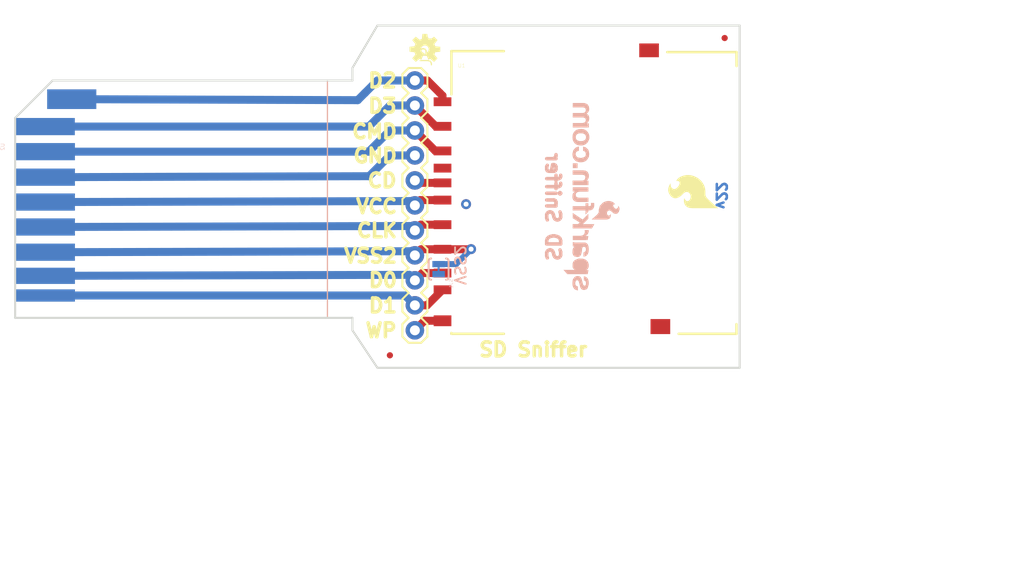
<source format=kicad_pcb>
(kicad_pcb (version 20211014) (generator pcbnew)
  (layers (0 "F.Cu" signal) (31 "B.Cu" signal) (34 "B.Paste" user) (35 "F.Paste" user) (36 "B.SilkS" user "B.Silkscreen") (37 "F.SilkS" user "F.Silkscreen") (38 "B.Mask" user) (39 "F.Mask" user) (44 "Edge.Cuts" user))
  (net 0 "")
  (net 1 "D2")
  (net 2 "CMD")
  (net 3 "GND")
  (net 4 "CLK")
  (net 5 "D0")
  (net 6 "D1")
  (net 7 "VCC")
  (net 8 "VSS2")
  (net 9 "D3")
  (net 10 "CD")
  (net 11 "WP")
  (footprint "boardEagle:MICRO-FIDUCIAL" (layer "F.Cu") (at 183.8071 88.8746)
    (fp_text reference "JP2" hide)
    (fp_text value "FIDUCIALUFIDUCIAL" hide)
    (pad "1" smd roundrect (at 0 0) (size 0.635 0.635) (layers "F.Cu" "F.Mask") (roundrect_rratio 0.5))
  )
  (footprint "boardEagle:OSHW-LOGO-S" (layer "F.Cu") (at 153.3271 90.0176)
    (fp_text reference "U$2" hide)
    (fp_text value "OSHW-LOGOS" hide)
    (fp_poly (pts (xy 0.301647 -1.061351) (xy 0.42347 -1.022344) (xy 0.537177 -0.963769) (xy 0.92862 -1.282946) (xy 1.282946 -0.92862) (xy 0.961035 -0.533823) (xy 1.057046 -0.302084) (xy 1.5638 -0.250561) (xy 1.5638 0.250561) (xy 1.057046 0.302084) (xy 0.961035 0.533823) (xy 1.282946 0.92862) (xy 0.92862 1.282946) (xy 0.537177 0.96377) (xy 0.356601 1.056794) (xy 0.088679 0.410073) (xy 0.326262 0.2176) (xy 0.373649 0.121468) (xy 0.392729 0.010339) (xy 0.379464 -0.101634) (xy 0.334947 -0.205229) (xy 0.262842 -0.291918) (xy 0.169087 -0.354561) (xy 0.061406 -0.387999) (xy -0.051342 -0.38948) (xy -0.159868 -0.358881) (xy -0.255234 -0.298724) (xy -0.329589 -0.213962) (xy -0.376813 -0.111569) (xy -0.392176 -0.005767) (xy -0.322923 0.222565) (xy -0.249312 0.303773) (xy 0.091677 0.5081) (xy -0.12929 0.5081) (xy -0.355332 1.053732) (xy -0.506597 0.983577) (xy -0.538922 0.965192) (xy -0.92862 1.282946) (xy -1.282946 0.92862) (xy -0.961035 0.533823) (xy -1.057046 0.302084) (xy -1.5638 0.250561) (xy -1.5638 -0.250561) (xy -1.057046 -0.302084) (xy -0.961035 -0.533823) (xy -1.282946 -0.92862) (xy -0.92862 -1.282946) (xy -0.533823 -0.961035) (xy -0.302084 -1.057046) (xy -0.250561 -1.5638) (xy 0.250561 -1.5638)) (layer "F.SilkS") (width 0) (fill solid))
  )
  (footprint "boardEagle:CREATIVE_COMMONS" (layer "F.Cu") (at 131.333643 141.4526)
    (fp_text reference "FRAME1" hide)
    (fp_text value "FRAME-LETTER" hide)
  )
  (footprint "boardEagle:SFE_LOGO_FLAME_.2" (layer "F.Cu") (at 183.4261 106.5276 90)
    (fp_text reference "U$4" hide)
    (fp_text value "SFE_LOGO_FLAME.2_INCH" hide)
    (fp_poly (pts (xy 2.35 -5.35) (xy 2.53 -5.3) (xy 2.68 -5.24) (xy 2.8 -5.17) (xy 2.87 -5.12) (xy 2.9 -5.1) (xy 2.89 -5.1) (xy 2.85 -5.11) (xy 2.72 -5.11) (xy 2.63 -5.1) (xy 2.55 -5.08) (xy 2.47 -5.04) (xy 2.39 -4.97) (xy 2.35 -4.92) (xy 2.32 -4.86) (xy 2.3 -4.81) (xy 2.29 -4.75) (xy 2.3 -4.69) (xy 2.32 -4.62) (xy 2.36 -4.56) (xy 2.41 -4.48) (xy 2.46 -4.43) (xy 2.53 -4.37) (xy 2.67 -4.27) (xy 2.75 -4.23) (xy 2.89 -4.19) (xy 2.96 -4.19) (xy 3.03 -4.22) (xy 3.08 -4.27) (xy 3.11 -4.32) (xy 3.13 -4.44) (xy 3.12 -4.49) (xy 3.12 -4.55) (xy 3.28 -4.45) (xy 3.45 -4.28) (xy 3.58 -4.04) (xy 3.68 -3.76) (xy 3.73 -3.43) (xy 3.71 -3.08) (xy 3.61 -2.72) (xy 3.42 -2.35) (xy 3.28 -2.17) (xy 3.13 -2.01) (xy 2.96 -1.88) (xy 2.77 -1.76) (xy 2.57 -1.67) (xy 2.35 -1.61) (xy 2.11 -1.58) (xy 1.72 -1.58) (xy 1.61 -1.55) (xy 1.5 -1.5) (xy 1.4 -1.43) (xy 1.3 -1.34) (xy 1.19 -1.23) (xy 1.08 -1.1) (xy 0.95 -0.96) (xy 0.83 -0.83) (xy 0.72 -0.71) (xy 0.62 -0.59) (xy 0.53 -0.49) (xy 0.46 -0.4) (xy 0.4 -0.33) (xy 0.36 -0.29) (xy 0.35 -0.27) (xy 0.35 -2.84) (xy 0.36 -3.03) (xy 0.38 -3.19) (xy 0.42 -3.33) (xy 0.48 -3.44) (xy 0.55 -3.53) (xy 0.63 -3.61) (xy 0.72 -3.67) (xy 0.82 -3.71) (xy 0.93 -3.74) (xy 1.03 -3.76) (xy 1.21 -3.76) (xy 1.28 -3.75) (xy 1.33 -3.73) (xy 1.36 -3.72) (xy 1.37 -3.72) (xy 1.36 -3.71) (xy 1.3 -3.68) (xy 1.25 -3.66) (xy 1.21 -3.63) (xy 1.16 -3.59) (xy 1.12 -3.55) (xy 1.09 -3.51) (xy 1.07 -3.45) (xy 1.07 -3.38) (xy 1.09 -3.31) (xy 1.12 -3.25) (xy 1.18 -3.19) (xy 1.25 -3.13) (xy 1.34 -3.1) (xy 1.45 -3.07) (xy 1.61 -3.07) (xy 1.75 -3.11) (xy 1.87 -3.19) (xy 1.96 -3.29) (xy 2 -3.42) (xy 2 -3.56) (xy 1.93 -3.71) (xy 1.8 -3.86) (xy 1.63 -4.03) (xy 1.5 -4.2) (xy 1.41 -4.38) (xy 1.36 -4.55) (xy 1.36 -4.72) (xy 1.42 -4.89) (xy 1.53 -5.05) (xy 1.7 -5.19) (xy 1.93 -5.31) (xy 2.15 -5.36)) (layer "F.SilkS") (width 0) (fill solid))
  )
  (footprint "boardEagle:SD_1_1" (layer "F.Cu") (at 156.1211 104.6226)
    (fp_text reference "U1" (at 0.54 -12.94) (layer "F.SilkS") (effects (font (size 0.376489 0.376489) (thickness 0.029911)) (justify left)))
    (fp_text value "SD_CARD_SOCKET")
    (fp_line (start -0.095 -14.418) (end 5.239 -14.418) (layer "F.SilkS") (width 0.254))
    (fp_line (start 21.849 -14.318) (end 28.888 -14.318) (layer "F.SilkS") (width 0.254))
    (fp_line (start -0.095 14.327) (end 5.239 14.327) (layer "F.SilkS") (width 0.254))
    (fp_line (start 23.011 14.327) (end 28.888 14.327) (layer "F.SilkS") (width 0.254))
    (fp_line (start 28.888 14.327) (end 28.888 13.349) (layer "F.SilkS") (width 0.254))
    (fp_line (start 28.888 -14.318) (end 28.9 -12.9) (layer "F.SilkS") (width 0.254))
    (fp_line (start -0.095 14.238) (end -0.095 14.327) (layer "F.SilkS") (width 0.254))
    (fp_line (start -0.095 -10.019) (end -0.095 -14.418) (layer "F.SilkS") (width 0.254))
    (pad "" np_thru_hole circle (at 23.3 12.32) (size 1.55 1.55) (drill 1.55) (layers *.Cu *.Mask))
    (pad "" np_thru_hole circle (at 23.3 -11.94) (size 1.55 1.55) (drill 1.55) (layers *.Cu *.Mask))
    (pad "1" smd rect (at -1 -6.77) (size 1.8 0.9) (layers "F.Cu" "F.Paste" "F.Mask") (net 9 "D3"))
    (pad "2" smd rect (at -1 -4.27) (size 1.8 0.9) (layers "F.Cu" "F.Paste" "F.Mask") (net 2 "CMD"))
    (pad "3" smd rect (at -1 -2.52) (size 1.8 0.9) (layers "F.Cu" "F.Paste" "F.Mask") (net 3 "GND"))
    (pad "4" smd rect (at -1 0.73) (size 1.8 0.9) (layers "F.Cu" "F.Paste" "F.Mask") (net 7 "VCC"))
    (pad "5" smd rect (at -1 3.23) (size 1.8 0.9) (layers "F.Cu" "F.Paste" "F.Mask") (net 4 "CLK"))
    (pad "6" smd rect (at -1 5.73) (size 1.8 0.9) (layers "F.Cu" "F.Paste" "F.Mask") (net 8 "VSS2"))
    (pad "7" smd rect (at -1 8.15) (size 1.8 0.9) (layers "F.Cu" "F.Paste" "F.Mask") (net 5 "D0"))
    (pad "8" smd rect (at -1 9.85) (size 1.8 0.9) (layers "F.Cu" "F.Paste" "F.Mask") (net 6 "D1"))
    (pad "9" smd rect (at -1 -9.27) (size 1.8 0.9) (layers "F.Cu" "F.Paste" "F.Mask") (net 1 "D2"))
    (pad "CD" smd rect (at -1 -1.02) (size 1.8 0.9) (layers "F.Cu" "F.Paste" "F.Mask") (net 10 "CD"))
    (pad "SH@1" smd rect (at 20 -14.496) (size 2 1.4) (layers "F.Cu" "F.Paste" "F.Mask") (net 3 "GND"))
    (pad "SH@2" smd rect (at 21.15 13.589) (size 2 1.527) (layers "F.Cu" "F.Paste" "F.Mask") (net 3 "GND"))
    (pad "WP" smd rect (at -1 13) (size 1.8 1.1) (layers "F.Cu" "F.Paste" "F.Mask") (net 11 "WP"))
  )
  (footprint "boardEagle:MICRO-FIDUCIAL" (layer "F.Cu") (at 149.7711 121.1326)
    (fp_text reference "JP3" hide)
    (fp_text value "FIDUCIALUFIDUCIAL" hide)
    (pad "1" smd roundrect (at 0 0) (size 0.635 0.635) (layers "F.Cu" "F.Mask") (roundrect_rratio 0.5))
  )
  (footprint "boardEagle:1X11" (layer "F.Cu") (at 152.3111 93.1926 -90)
    (fp_text reference "JP4" (at -1.3462 -1.8288 -90) (layer "F.SilkS") (effects (font (size 1.143 1.143) (thickness 0.127)) (justify left bottom)))
    (fp_text value "M11PTH")
    (fp_line (start 24.13 0.635) (end 23.495 1.27) (layer "F.SilkS") (width 0.2032))
    (fp_line (start -0.635 -1.27) (end -1.27 -0.635) (layer "F.SilkS") (width 0.2032))
    (fp_line (start 13.335 1.27) (end 12.065 1.27) (layer "F.SilkS") (width 0.2032))
    (fp_line (start 16.51 0.635) (end 15.875 1.27) (layer "F.SilkS") (width 0.2032))
    (fp_line (start 10.795 1.27) (end 9.525 1.27) (layer "F.SilkS") (width 0.2032))
    (fp_line (start 0.635 -1.27) (end 1.27 -0.635) (layer "F.SilkS") (width 0.2032))
    (fp_line (start 3.175 1.27) (end 1.905 1.27) (layer "F.SilkS") (width 0.2032))
    (fp_line (start 22.225 -1.27) (end 23.495 -1.27) (layer "F.SilkS") (width 0.2032))
    (fp_line (start 9.525 1.27) (end 8.89 0.635) (layer "F.SilkS") (width 0.2032))
    (fp_line (start 24.13 0.635) (end 24.765 1.27) (layer "F.SilkS") (width 0.2032))
    (fp_line (start 16.51 0.635) (end 17.145 1.27) (layer "F.SilkS") (width 0.2032))
    (fp_line (start 14.605 -1.27) (end 13.97 -0.635) (layer "F.SilkS") (width 0.2032))
    (fp_line (start 22.225 -1.27) (end 21.59 -0.635) (layer "F.SilkS") (width 0.2032))
    (fp_line (start 6.35 0.635) (end 5.715 1.27) (layer "F.SilkS") (width 0.2032))
    (fp_line (start 12.065 -1.27) (end 13.335 -1.27) (layer "F.SilkS") (width 0.2032))
    (fp_line (start -1.27 -0.635) (end -1.27 0.635) (layer "F.SilkS") (width 0.2032))
    (fp_line (start 8.89 0.635) (end 8.255 1.27) (layer "F.SilkS") (width 0.2032))
    (fp_line (start 0.635 1.27) (end -0.635 1.27) (layer "F.SilkS") (width 0.2032))
    (fp_line (start 13.335 -1.27) (end 13.97 -0.635) (layer "F.SilkS") (width 0.2032))
    (fp_line (start 3.81 -0.635) (end 4.445 -1.27) (layer "F.SilkS") (width 0.2032))
    (fp_line (start 5.715 1.27) (end 4.445 1.27) (layer "F.SilkS") (width 0.2032))
    (fp_line (start 13.97 0.635) (end 13.335 1.27) (layer "F.SilkS") (width 0.2032))
    (fp_line (start 24.765 -1.27) (end 26.035 -1.27) (layer "F.SilkS") (width 0.2032))
    (fp_line (start 6.985 -1.27) (end 6.35 -0.635) (layer "F.SilkS") (width 0.2032))
    (fp_line (start -1.27 0.635) (end -0.635 1.27) (layer "F.SilkS") (width 0.2032))
    (fp_line (start 6.985 -1.27) (end 8.255 -1.27) (layer "F.SilkS") (width 0.2032))
    (fp_line (start 19.685 -1.27) (end 20.955 -1.27) (layer "F.SilkS") (width 0.2032))
    (fp_line (start 4.445 -1.27) (end 5.715 -1.27) (layer "F.SilkS") (width 0.2032))
    (fp_line (start 20.955 1.27) (end 19.685 1.27) (layer "F.SilkS") (width 0.2032))
    (fp_line (start 24.765 -1.27) (end 24.13 -0.635) (layer "F.SilkS") (width 0.2032))
    (fp_line (start 11.43 0.635) (end 10.795 1.27) (layer "F.SilkS") (width 0.2032))
    (fp_line (start 8.255 -1.27) (end 8.89 -0.635) (layer "F.SilkS") (width 0.2032))
    (fp_line (start 3.175 -1.27) (end 3.81 -0.635) (layer "F.SilkS") (width 0.2032))
    (fp_line (start 1.27 -0.635) (end 1.905 -1.27) (layer "F.SilkS") (width 0.2032))
    (fp_line (start 26.035 1.27) (end 24.765 1.27) (layer "F.SilkS") (width 0.2032))
    (fp_line (start 18.415 1.27) (end 17.145 1.27) (layer "F.SilkS") (width 0.2032))
    (fp_line (start 20.955 -1.27) (end 21.59 -0.635) (layer "F.SilkS") (width 0.2032))
    (fp_line (start 26.67 0.635) (end 26.035 1.27) (layer "F.SilkS") (width 0.2032))
    (fp_line (start 12.065 1.27) (end 11.43 0.635) (layer "F.SilkS") (width 0.2032))
    (fp_line (start 21.59 0.635) (end 20.955 1.27) (layer "F.SilkS") (width 0.2032))
    (fp_line (start 21.59 0.635) (end 22.225 1.27) (layer "F.SilkS") (width 0.2032))
    (fp_line (start 8.89 -0.635) (end 9.525 -1.27) (layer "F.SilkS") (width 0.2032))
    (fp_line (start 1.905 1.27) (end 1.27 0.635) (layer "F.SilkS") (width 0.2032))
    (fp_line (start 1.27 0.635) (end 0.635 1.27) (layer "F.SilkS") (width 0.2032))
    (fp_line (start 15.875 1.27) (end 14.605 1.27) (layer "F.SilkS") (width 0.2032))
    (fp_line (start 10.795 -1.27) (end 11.43 -0.635) (layer "F.SilkS") (width 0.2032))
    (fp_line (start 13.97 0.635) (end 14.605 1.27) (layer "F.SilkS") (width 0.2032))
    (fp_line (start 3.81 0.635) (end 3.175 1.27) (layer "F.SilkS") (width 0.2032))
    (fp_line (start 23.495 1.27) (end 22.225 1.27) (layer "F.SilkS") (width 0.2032))
    (fp_line (start 6.35 0.635) (end 6.985 1.27) (layer "F.SilkS") (width 0.2032))
    (fp_line (start 15.875 -1.27) (end 16.51 -0.635) (layer "F.SilkS") (width 0.2032))
    (fp_line (start 19.05 0.635) (end 19.685 1.27) (layer "F.SilkS") (width 0.2032))
    (fp_line (start 9.525 -1.27) (end 10.795 -1.27) (layer "F.SilkS") (width 0.2032))
    (fp_line (start -0.635 -1.27) (end 0.635 -1.27) (layer "F.SilkS") (width 0.2032))
    (fp_line (start 23.495 -1.27) (end 24.13 -0.635) (layer "F.SilkS") (width 0.2032))
    (fp_line (start 11.43 -0.635) (end 12.065 -1.27) (layer "F.SilkS") (width 0.2032))
    (fp_line (start 19.685 -1.27) (end 19.05 -0.635) (layer "F.SilkS") (width 0.2032))
    (fp_line (start 4.445 1.27) (end 3.81 0.635) (layer "F.SilkS") (width 0.2032))
    (fp_line (start 8.255 1.27) (end 6.985 1.27) (layer "F.SilkS") (width 0.2032))
    (fp_line (start 14.605 -1.27) (end 15.875 -1.27) (layer "F.SilkS") (width 0.2032))
    (fp_line (start 17.145 -1.27) (end 16.51 -0.635) (layer "F.SilkS") (width 0.2032))
    (fp_line (start 19.05 0.635) (end 18.415 1.27) (layer "F.SilkS") (width 0.2032))
    (fp_line (start 26.035 -1.27) (end 26.67 -0.635) (layer "F.SilkS") (width 0.2032))
    (fp_line (start 26.67 -0.635) (end 26.67 0.635) (layer "F.SilkS") (width 0.2032))
    (fp_line (start 17.145 -1.27) (end 18.415 -1.27) (layer "F.SilkS") (width 0.2032))
    (fp_line (start 1.905 -1.27) (end 3.175 -1.27) (layer "F.SilkS") (width 0.2032))
    (fp_line (start 5.715 -1.27) (end 6.35 -0.635) (layer "F.SilkS") (width 0.2032))
    (fp_line (start 18.415 -1.27) (end 19.05 -0.635) (layer "F.SilkS") (width 0.2032))
    (pad "1" thru_hole circle (at 0 0) (size 1.8796 1.8796) (drill 1.016) (layers *.Cu *.Mask) (net 1 "D2"))
    (pad "2" thru_hole circle (at 2.54 0) (size 1.8796 1.8796) (drill 1.016) (layers *.Cu *.Mask) (net 9 "D3"))
    (pad "3" thru_hole circle (at 5.08 0) (size 1.8796 1.8796) (drill 1.016) (layers *.Cu *.Mask) (net 2 "CMD"))
    (pad "4" thru_hole circle (at 7.62 0) (size 1.8796 1.8796) (drill 1.016) (layers *.Cu *.Mask) (net 3 "GND"))
    (pad "5" thru_hole circle (at 10.16 0) (size 1.8796 1.8796) (drill 1.016) (layers *.Cu *.Mask) (net 10 "CD"))
    (pad "6" thru_hole circle (at 12.7 0) (size 1.8796 1.8796) (drill 1.016) (layers *.Cu *.Mask) (net 7 "VCC"))
    (pad "7" thru_hole circle (at 15.24 0) (size 1.8796 1.8796) (drill 1.016) (layers *.Cu *.Mask) (net 4 "CLK"))
    (pad "8" thru_hole circle (at 17.78 0) (size 1.8796 1.8796) (drill 1.016) (layers *.Cu *.Mask) (net 8 "VSS2"))
    (pad "9" thru_hole circle (at 20.32 0) (size 1.8796 1.8796) (drill 1.016) (layers *.Cu *.Mask) (net 5 "D0"))
    (pad "10" thru_hole circle (at 22.86 0) (size 1.8796 1.8796) (drill 1.016) (layers *.Cu *.Mask) (net 6 "D1"))
    (pad "11" thru_hole circle (at 25.4 0) (size 1.8796 1.8796) (drill 1.016) (layers *.Cu *.Mask) (net 11 "WP"))
  )
  (footprint "boardEagle:SD-MMC-CARD" (layer "B.Cu") (at 129.4511 104.6226 -90)
    (fp_text reference "U2" (at -5.08 19.05 -270) (layer "B.SilkS") (effects (font (size 0.376489 0.376489) (thickness 0.029911)) (justify left mirror)))
    (fp_text value "SD_MMC_CARDSD_PCB")
    (fp_line (start -11.43 -13.97) (end 12.57 -13.97) (layer "B.SilkS") (width 0.127))
    (fp_line (start -11.43 14.03) (end -11.43 -13.97) (layer "B.SilkS") (width 0.127))
    (pad "1" smd rect (at -6.7446 14.7134 90) (size 1.75 6) (layers "B.Cu" "B.Paste" "B.Mask") (net 9 "D3"))
    (pad "2" smd rect (at -4.195 14.703 90) (size 1.75 6) (layers "B.Cu" "B.Paste" "B.Mask") (net 2 "CMD"))
    (pad "3" smd rect (at -1.6 14.703 90) (size 1.75 6) (layers "B.Cu" "B.Paste" "B.Mask") (net 3 "GND"))
    (pad "4" smd rect (at 0.93 14.703 90) (size 1.75 6) (layers "B.Cu" "B.Paste" "B.Mask") (net 7 "VCC"))
    (pad "5" smd rect (at 3.465 14.703 90) (size 1.75 6) (layers "B.Cu" "B.Paste" "B.Mask") (net 4 "CLK"))
    (pad "6" smd rect (at 6.03 14.703 90) (size 1.75 6) (layers "B.Cu" "B.Paste" "B.Mask") (net 8 "VSS2"))
    (pad "7" smd rect (at 8.43 14.703 90) (size 1.65 6) (layers "B.Cu" "B.Paste" "B.Mask") (net 5 "D0"))
    (pad "8" smd rect (at 10.43 14.703 90) (size 1.25 6) (layers "B.Cu" "B.Paste" "B.Mask") (net 6 "D1"))
    (pad "9" smd rect (at -9.53 12.03 90) (size 2 5) (layers "B.Cu" "B.Paste" "B.Mask") (net 1 "D2"))
  )
  (footprint "boardEagle:SJ_2S-TRACE" (layer "B.Cu") (at 154.7241 112.3696 90)
    (fp_text reference "SJ1" (at -0.9525 1.27 90) (layer "B.SilkS") (effects (font (size 0.376489 0.376489) (thickness 0.029911)) (justify left mirror)))
    (fp_text value "SOLDERJUMPERTRACE")
    (fp_line (start -0.381 0) (end 0.381 0) (layer "B.Cu") (width 0.2032))
    (fp_line (start 0.8255 -1.016) (end -0.8255 -1.016) (layer "B.SilkS") (width 0.2032))
    (fp_line (start -0.8255 1.016) (end 0.8255 1.016) (layer "B.SilkS") (width 0.2032))
    (fp_arc (start -0.8255 1.016) (mid -1.005105 0.941605) (end -1.0795 0.762) (layer "B.SilkS") (width 0.2032))
    (fp_arc (start 0.8255 -1.016) (mid 1.005105 -0.941605) (end 1.0795 -0.762) (layer "B.SilkS") (width 0.2032))
    (fp_arc (start 1.0795 0.762) (mid 1.005105 0.941605) (end 0.8255 1.016) (layer "B.SilkS") (width 0.2032))
    (fp_arc (start -1.0795 -0.762) (mid -1.005105 -0.941605) (end -0.8255 -1.016) (layer "B.SilkS") (width 0.2032))
    (pad "1" smd rect (at -0.508 0 90) (size 0.635 1.27) (layers "B.Cu" "B.Mask") (net 3 "GND"))
    (pad "2" smd rect (at 0.508 0 90) (size 0.635 1.27) (layers "B.Cu" "B.Mask") (net 8 "VSS2"))
  )
  (footprint "boardEagle:SFE-NEW-WEBLOGO" (layer "B.Cu") (at 167.4241 114.5286 90)
    (fp_text reference "LOGO0" hide)
    (fp_text value "LOGO-SFENEW" hide)
    (fp_line (start 11.1379 0.9449) (end 10.7163 0.9449) (layer "B.SilkS") (width 0.0254))
    (fp_line (start 11.1201 2.2962) (end 11.1277 2.2962) (layer "B.SilkS") (width 0.0254))
    (fp_line (start 12.1818 0.955) (end 11.7729 0.955) (layer "B.SilkS") (width 0.0254))
    (fp_line (start 15.5499 2.6137) (end 15.5499 2.2911) (layer "B.SilkS") (width 0.0254))
    (fp_line (start 15.5702 2.2962) (end 15.5702 2.6137) (layer "B.SilkS") (width 0.0254))
    (fp_line (start 11.1201 2.5171) (end 11.1201 2.2962) (layer "B.SilkS") (width 0.0254))
    (fp_line (start 10.7163 0.9449) (end 10.7163 2.5171) (layer "B.SilkS") (width 0.0254))
    (fp_line (start 12.1818 2.0091) (end 12.1818 0.955) (layer "B.SilkS") (width 0.0254))
    (fp_line (start 10.7163 2.5171) (end 11.1201 2.5171) (layer "B.SilkS") (width 0.0254))
    (fp_line (start 11.1379 1.8136) (end 11.1379 0.9449) (layer "B.SilkS") (width 0.0254))
    (fp_line (start 15.5702 2.6137) (end 15.5854 2.6137) (layer "B.SilkS") (width 0.0254))
    (fp_line (start 11.7729 0.955) (end 11.7729 1.9202) (layer "B.SilkS") (width 0.0254))
    (fp_line (start 15.5499 2.2911) (end 15.527 2.2911) (layer "B.SilkS") (width 0.0254))
    (fp_arc (start 14.8615 1.27) (mid 14.919858 1.189481) (end 14.9911 1.1201) (layer "B.SilkS") (width 0.0254))
    (fp_arc (start 12.1488 2.232699) (mid 12.104013 2.336521) (end 12.0345 2.4257) (layer "B.SilkS") (width 0.0254))
    (fp_arc (start 14.7523 1.5672) (mid 14.792796 1.413418) (end 14.8615 1.27) (layer "B.SilkS") (width 0.0254))
    (fp_arc (start 15.128201 2.4892) (mid 14.882786 2.260687) (end 14.7549 1.9507) (layer "B.SilkS") (width 0.0254))
    (fp_arc (start 11.2598 2.1692) (mid 11.206137 2.110016) (end 11.1684 2.0396) (layer "B.SilkS") (width 0.0254))
    (fp_arc (start 11.1277 2.2962) (mid 11.137379 2.298176) (end 11.1455 2.3038) (layer "B.SilkS") (width 0.0254))
    (fp_arc (start 15.428 1.2522) (mid 15.597525 1.230563) (end 15.7632 1.2725) (layer "B.SilkS") (width 0.0254))
    (fp_arc (start 11.7678 2.5502) (mid 11.667584 2.556058) (end 11.5672 2.5552) (layer "B.SilkS") (width 0.0254))
    (fp_arc (start 12.0345 2.425699) (mid 11.911985 2.51116) (end 11.7678 2.5502) (layer "B.SilkS") (width 0.0254))
    (fp_arc (start 11.4198 2.2327) (mid 11.475702 2.235165) (end 11.5316 2.2377) (layer "B.SilkS") (width 0.0254))
    (fp_arc (start 16.4033 1.808499) (mid 16.333054 2.143404) (end 16.129 2.4181) (layer "B.SilkS") (width 0.0254))
    (fp_arc (start 15.9029 0.9754) (mid 16.153433 1.12491) (end 16.317 1.3665) (layer "B.SilkS") (width 0.0254))
    (fp_arc (start 11.4198 2.2327) (mid 11.334441 2.214452) (end 11.259799 2.1692) (layer "B.SilkS") (width 0.0254))
    (fp_arc (start 15.527 2.2911) (mid 15.388433 2.258974) (end 15.278099 2.1692) (layer "B.SilkS") (width 0.0254))
    (fp_arc (start 15.5423 0.9195) (mid 15.724919 0.932492) (end 15.9029 0.9754) (layer "B.SilkS") (width 0.0254))
    (fp_arc (start 12.1818 2.0091) (mid 12.172765 2.122002) (end 12.1488 2.2327) (layer "B.SilkS") (width 0.0254))
    (fp_arc (start 15.9588 1.971) (mid 15.910982 2.096372) (end 15.8318 2.2047) (layer "B.SilkS") (width 0.0254))
    (fp_arc (start 15.8318 2.2047) (mid 15.783745 2.244042) (end 15.7277 2.2708) (layer "B.SilkS") (width 0.0254))
    (fp_arc (start 15.1714 1.6383) (mid 15.194331 1.520588) (end 15.24 1.4097) (layer "B.SilkS") (width 0.0254))
    (fp_arc (start 15.7632 1.2725) (mid 15.846801 1.329279) (end 15.908 1.4097) (layer "B.SilkS") (width 0.0254))
    (fp_arc (start 15.7277 2.2708) (mid 15.650001 2.290018) (end 15.5702 2.2962) (layer "B.SilkS") (width 0.0254))
    (fp_arc (start 11.1684 2.0396) (mid 11.146105 1.962214) (end 11.1379 1.8821) (layer "B.SilkS") (width 0.0254))
    (fp_arc (start 14.9911 1.1201) (mid 15.249615 0.972855) (end 15.5423 0.9195) (layer "B.SilkS") (width 0.0254))
    (fp_arc (start 15.2781 2.1692) (mid 15.20247 2.035022) (end 15.168899 1.8847) (layer "B.SilkS") (width 0.0254))
    (fp_arc (start 16.317 1.3665) (mid 16.380488 1.583529) (end 16.4033 1.8085) (layer "B.SilkS") (width 0.0254))
    (fp_arc (start 11.1862 2.3571) (mid 11.172158 2.338081) (end 11.1582 2.319) (layer "B.SilkS") (width 0.0254))
    (fp_arc (start 11.7729 1.9202) (mid 11.758038 2.02962) (end 11.7145 2.1311) (layer "B.SilkS") (width 0.0254))
    (fp_arc (start 14.7549 1.9507) (mid 14.737287 1.759061) (end 14.7523 1.5672) (layer "B.SilkS") (width 0.0254))
    (fp_arc (start 11.1455 2.3038) (mid 11.152103 2.311188) (end 11.1582 2.319) (layer "B.SilkS") (width 0.0254))
    (fp_arc (start 11.5672 2.5552) (mid 11.411238 2.523841) (end 11.2725 2.446) (layer "B.SilkS") (width 0.0254))
    (fp_arc (start 16.129 2.4181) (mid 15.978822 2.520652) (end 15.809 2.5857) (layer "B.SilkS") (width 0.0254))
    (fp_arc (start 15.24 1.4097) (mid 15.31871 1.3127) (end 15.428 1.2522) (layer "B.SilkS") (width 0.0254))
    (fp_arc (start 11.1379 1.8821) (mid 11.137681 1.84785) (end 11.1379 1.8136) (layer "B.SilkS") (width 0.0254))
    (fp_arc (start 15.908 1.4097) (mid 15.966057 1.559906) (end 15.9868 1.7196) (layer "B.SilkS") (width 0.0254))
    (fp_arc (start 15.5499 2.6137) (mid 15.331296 2.577713) (end 15.1282 2.4892) (layer "B.SilkS") (width 0.0254))
    (fp_arc (start 11.2725 2.446) (mid 11.226399 2.404414) (end 11.1862 2.3571) (layer "B.SilkS") (width 0.0254))
    (fp_arc (start 15.809 2.5857) (mid 15.698073 2.606673) (end 15.5854 2.6137) (layer "B.SilkS") (width 0.0254))
    (fp_arc (start 11.5976 2.2276) (mid 11.565101 2.235925) (end 11.5316 2.2377) (layer "B.SilkS") (width 0.0254))
    (fp_arc (start 15.9868 1.7196) (mid 15.980368 1.846143) (end 15.9588 1.971) (layer "B.SilkS") (width 0.0254))
    (fp_arc (start 11.7145 2.1311) (mid 11.664346 2.1894) (end 11.5976 2.2276) (layer "B.SilkS") (width 0.0254))
    (fp_arc (start 15.1689 1.8847) (mid 15.165026 1.761448) (end 15.1714 1.6383) (layer "B.SilkS") (width 0.0254))
    (fp_poly (pts (xy 2.834651 2.506079) (xy 2.92707 2.450683) (xy 3.011605 2.383731) (xy 3.1267 2.221709) (xy 3.1267 2.263503) (xy 3.219434 1.972794) (xy 3.236098 1.526727) (xy 3.068933 1.135798) (xy 2.975978 1.041462) (xy 2.864973 0.970996) (xy 2.740356 0.92713) (xy 2.372489 0.922) (xy 2.370226 0.922) (xy 2.254471 0.962806) (xy 2.0828 1.127587) (xy 2.0828 -0.010757) (xy 1.6434 0.385552) (xy 1.6434 2.45912) (xy 2.057593 2.537568) (xy 2.055012 2.330538) (xy 2.068304 2.345345) (xy 2.15812 2.442839) (xy 2.234107 2.497896) (xy 2.368681 2.552194) (xy 2.419192 2.562883) (xy 2.620347 2.565422)) (layer "B.SilkS") (width 0) (fill solid))
    (fp_poly (pts (xy 6.7335 1.97376) (xy 7.284539 2.5248) (xy 7.78835 2.5248) (xy 7.197009 1.946483) (xy 7.869909 0.937183) (xy 7.330929 0.939835) (xy 6.903958 1.643716) (xy 6.7386 1.483032) (xy 6.7386 0.9296) (xy 6.306639 0.9296) (xy 6.2941 0.942139) (xy 6.2941 2.887776) (xy 6.7335 3.138467)) (layer "B.SilkS") (width 0) (fill solid))
    (fp_poly (pts (xy 0.803285 2.567895) (xy 0.944243 2.553799) (xy 1.081508 2.516334) (xy 1.193542 2.461399) (xy 1.291841 2.383865) (xy 1.357039 2.297824) (xy 1.377068 2.257603) (xy 1.393653 2.216867) (xy 1.417283 2.151914) (xy 1.353784 2.105111) (xy 1.152335 2.254241) (xy 0.736496 2.387002) (xy 0.372563 2.277101) (xy 0.417885 2.019712) (xy 1.241556 1.540676) (xy 1.263422 1.497067) (xy 1.147655 1.152457) (xy 0.724605 1.058492) (xy -0.038666 1.4605) (xy 0.4115 1.4605) (xy 0.4115 1.443466) (xy 0.420402 1.369907) (xy 0.454647 1.305856) (xy 0.524204 1.243359) (xy 0.610838 1.206018) (xy 0.637726 1.200933) (xy 0.665996 1.198897) (xy 0.7328 1.198389) (xy 0.79791 1.198884) (xy 0.968129 1.258019) (xy 1.007666 1.302193) (xy 1.028603 1.358428) (xy 1.025789 1.425439) (xy 0.995864 1.485288) (xy 0.943734 1.527918) (xy 0.715431 1.605731) (xy 0.533161 1.644154) (xy 0.351479 1.692254) (xy 0.230117 1.743632) (xy 0.122357 1.822697) (xy 0.0457 1.960096) (xy 0.0457 1.963141) (xy 0.038572 2.135467) (xy 0.0838 2.300409) (xy 0.0838 2.303445) (xy 0.206233 2.444416) (xy 0.620397 2.567885) (xy 0.71245 2.568634)) (layer "B.SilkS") (width 0) (fill solid))
    (fp_poly (pts (xy 11.770768 2.56283) (xy 12.043428 2.435548) (xy 12.160999 2.237024) (xy 12.1945 2.010032) (xy 12.1945 0.9423) (xy 11.7602 0.9423) (xy 11.7602 1.918474) (xy 11.70302 2.124971) (xy 11.656141 2.179464) (xy 11.593345 2.215403) (xy 11.53092 2.224956) (xy 11.476269 2.222478) (xy 11.422495 2.220106) (xy 11.268 2.158791) (xy 11.18035 2.034508) (xy 11.1506 1.880883) (xy 11.1506 0.9322) (xy 10.7036 0.9322) (xy 10.7036 2.5298) (xy 11.1328 2.5298) (xy 11.1328 2.310454) (xy 11.136857 2.313263) (xy 11.148195 2.326834) (xy 11.161924 2.345602) (xy 11.176241 2.364992) (xy 11.217267 2.413279) (xy 11.265048 2.456381) (xy 11.406772 2.535896) (xy 11.566093 2.567932)) (layer "B.SilkS") (width 0) (fill solid))
    (fp_poly (pts (xy 15.5499 2.609649) (xy 15.5499 2.29782) (xy 15.429469 2.281338) (xy 15.314616 2.217851) (xy 15.23586 2.109416) (xy 15.196312 2.020604) (xy 15.168868 1.873153) (xy 15.163824 1.687316) (xy 15.181322 1.562471) (xy 15.218744 1.447652) (xy 15.272523 1.345) (xy 15.437302 1.244156) (xy 15.6121 1.221967) (xy 15.787119 1.281181) (xy 15.894998 1.379217) (xy 15.949332 1.500229) (xy 15.9868 1.655017) (xy 15.9868 1.797481) (xy 15.961756 1.990339) (xy 15.88736 2.151531) (xy 15.803924 2.232457) (xy 15.708711 2.283762) (xy 15.58997 2.2936) (xy 15.567485 2.2936) (xy 15.57294 2.617878) (xy 15.788992 2.590535) (xy 15.954486 2.53364) (xy 16.155367 2.394616) (xy 16.266844 2.264968) (xy 16.37246 2.027864) (xy 16.400898 1.805948) (xy 16.375193 1.592623) (xy 16.305839 1.343513) (xy 16.222719 1.211114) (xy 16.101494 1.095067) (xy 15.987532 1.014773) (xy 15.799031 0.950211) (xy 15.544583 0.924513) (xy 15.240687 0.965682) (xy 14.951456 1.146439) (xy 14.788469 1.399985) (xy 14.726674 1.793647) (xy 14.809154 2.154405) (xy 15.026083 2.4307) (xy 15.368412 2.600648) (xy 15.51864 2.6187) (xy 15.52691 2.6187)) (layer "B.SilkS") (width 0) (fill solid))
    (fp_poly (pts (xy 9.4234 1.520809) (xy 9.472888 1.359974) (xy 9.516069 1.308185) (xy 9.573108 1.271734) (xy 9.714103 1.241374) (xy 9.853529 1.268908) (xy 10.003067 1.442966) (xy 10.033 1.684784) (xy 10.033 2.5273) (xy 10.48 2.5273) (xy 10.48 0.9398) (xy 10.0533 0.9398) (xy 10.0533 1.159713) (xy 9.961626 1.051965) (xy 9.823848 0.946774) (xy 9.797269 0.933513) (xy 9.76873 0.924761) (xy 9.46843 0.899096) (xy 9.311419 0.929258) (xy 9.173895 1.0008) (xy 9.172522 1.0008) (xy 9.155194 1.014756) (xy 9.141833 1.028106) (xy 9.055991 1.150842) (xy 9.0022 1.291099) (xy 8.984 1.439423) (xy 8.984 2.5324) (xy 9.4234 2.5324)) (layer "B.SilkS") (width 0) (fill solid))
    (fp_poly (pts (xy 1.201557 2.290098) (xy 1.414074 2.156268) (xy 1.42383 2.065) (xy 1.01008 2.065) (xy 1.00135 2.126336) (xy 0.936084 2.220524) (xy 0.871818 2.257603) (xy 0.798545 2.2758) (xy 0.628591 2.2758) (xy 0.583991 2.267366) (xy 0.541641 2.251683) (xy 0.51157 2.232098) (xy 0.488615 2.205726) (xy 0.469153 2.152745) (xy 0.474605 2.097619) (xy 0.521549 2.031824) (xy 0.664468 1.962838) (xy 0.866638 1.922444) (xy 1.206678 1.822687) (xy 1.354318 1.729494) (xy 1.389578 1.692366) (xy 1.416579 1.648151) (xy 1.460229 1.440208) (xy 1.447804 1.4376) (xy 1.460484 1.436955) (xy 1.457817 1.384541) (xy 1.452657 1.33034) (xy 1.371775 1.140043) (xy 1.14885 0.969822) (xy 1.013381 0.927267) (xy 0.74708 0.904177) (xy 0.617383 0.909691) (xy 0.487493 0.922202) (xy 0.306845 0.984179) (xy 0.185213 1.061804) (xy 0.109225 1.132023) (xy 0.056988 1.2215) (xy 0.013059 1.350644) (xy 0.002577 1.410659) (xy -0.00152 1.469003) (xy 0.738195 1.10308) (xy 1.120535 1.189415) (xy 1.224069 1.497645) (xy 0.809011 1.723764) (xy 0.364394 1.98847) (xy 0.308075 2.310537) (xy 0.741882 2.423672)) (layer "B.SilkS") (width 0) (fill solid))
    (fp_poly (pts (xy 4.444983 2.544915) (xy 4.588724 2.501712) (xy 4.72259 2.430523) (xy 4.844814 2.271666) (xy 4.859671 2.1819) (xy 4.8616 2.1819) (xy 4.8616 1.6891) (xy 4.864173 1.6891) (xy 4.861603 1.242544) (xy 4.871819 1.108765) (xy 4.906709 0.979276) (xy 4.920484 0.9423) (xy 4.495275 0.9423) (xy 4.477494 0.951279) (xy 4.472002 0.970735) (xy 4.468249 0.985133) (xy 4.446292 1.084946) (xy 4.440321 1.089528) (xy 4.438946 1.088886) (xy 4.309064 0.98859) (xy 4.153188 0.927249) (xy 3.824183 0.906712) (xy 3.683825 0.938256) (xy 3.554173 1.000134) (xy 3.486826 1.05665) (xy 3.437273 1.130532) (xy 3.3807 1.444163) (xy 3.3807 1.446675) (xy 3.401941 1.543624) (xy 3.446308 1.632822) (xy 3.527788 1.722902) (xy 3.632416 1.784766) (xy 3.937258 1.861632) (xy 4.048648 1.873601) (xy 4.159032 1.884616) (xy 4.224808 1.893434) (xy 4.289167 1.907055) (xy 4.336271 1.923637) (xy 4.379043 1.948303) (xy 4.407461 1.974391) (xy 4.413402 1.982997) (xy 4.4171 1.991455) (xy 4.4171 2.14983) (xy 4.358226 2.232254) (xy 4.254396 2.270917) (xy 4.188033 2.274326) (xy 4.120968 2.275774) (xy 4.006679 2.25395) (xy 3.883049 2.131716) (xy 3.8659 2.045941) (xy 3.8659 2.0295) (xy 3.429 2.0295) (xy 3.429 2.040006) (xy 3.418965 2.041638) (xy 3.439259 2.166448) (xy 3.491292 2.283494) (xy 3.571378 2.383462) (xy 3.674008 2.459597) (xy 3.791998 2.513469) (xy 3.916944 2.547448) (xy 4.18103 2.571338)) (layer "B.SilkS") (width 0) (fill solid))
    (fp_poly (pts (xy 6.1316 2.557116) (xy 6.1316 2.1463) (xy 6.115783 2.1463) (xy 6.10653 2.147054) (xy 6.097893 2.149211) (xy 6.068387 2.157247) (xy 6.038922 2.161538) (xy 5.96265 2.16474) (xy 5.887609 2.16159) (xy 5.731931 2.107297) (xy 5.637642 2.018651) (xy 5.577302 1.903423) (xy 5.5499 1.736362) (xy 5.5499 0.9423) (xy 5.107878 0.9423) (xy 5.110519 2.454146) (xy 5.522 2.527255) (xy 5.522 2.234211) (xy 5.526569 2.235704) (xy 5.544428 2.262537) (xy 5.578841 2.314524) (xy 5.613758 2.367854) (xy 5.686736 2.438162) (xy 5.778008 2.498223) (xy 5.979984 2.565515)) (layer "B.SilkS") (width 0) (fill solid))
    (fp_poly (pts (xy 12.4257 0.9449) (xy 12.921 0.9449) (xy 12.921 1.43) (xy 12.4257 1.43)) (layer "B.SilkS") (width 0) (fill solid))
    (fp_poly (pts (xy 8.337002 5.691103) (xy 8.426449 5.668729) (xy 8.439477 5.663683) (xy 8.451149 5.657775) (xy 8.46786 5.649476) (xy 8.486552 5.642734) (xy 8.582694 5.5855) (xy 8.5903 5.5855) (xy 8.5903 5.5601) (xy 8.517833 5.5601) (xy 8.419418 5.540814) (xy 8.285855 5.378186) (xy 8.290365 5.319725) (xy 8.33909 5.224769) (xy 8.415666 5.148096) (xy 8.505069 5.083538) (xy 8.580348 5.051724) (xy 8.661737 5.054532) (xy 8.669864 5.057086) (xy 8.677257 5.060289) (xy 8.741514 5.119856) (xy 8.7478 5.142712) (xy 8.7478 5.260838) (xy 8.974707 5.031027) (xy 9.079186 4.739741) (xy 9.082603 4.739794) (xy 9.08906 4.533335) (xy 9.059857 4.34032) (xy 8.996308 4.155742) (xy 8.8773 3.944478) (xy 8.8773 3.963481) (xy 8.589131 3.69191) (xy 8.193239 3.5814) (xy 7.964005 3.5814) (xy 7.927201 3.574946) (xy 7.892776 3.562492) (xy 7.707322 3.424684) (xy 7.1984 2.85199) (xy 7.1984 4.40367) (xy 7.271004 4.644867) (xy 7.379295 4.748389) (xy 7.518122 4.800422) (xy 7.6149 4.807989) (xy 7.710384 4.800523) (xy 7.77091 4.790999) (xy 7.768788 4.767333) (xy 7.733216 4.768142) (xy 7.712784 4.759041) (xy 7.631519 4.700054) (xy 7.611722 4.67357) (xy 7.601395 4.6114) (xy 7.611905 4.548129) (xy 7.632405 4.508074) (xy 7.663343 4.475585) (xy 7.757535 4.42645) (xy 7.863229 4.414642) (xy 7.953768 4.432984) (xy 8.03522 4.472556) (xy 8.13303 4.637559) (xy 8.118706 4.731744) (xy 8.061914 4.813301) (xy 7.795707 5.146137) (xy 7.772667 5.393755) (xy 7.838495 5.504456) (xy 7.840042 5.506003) (xy 7.989901 5.63002) (xy 8.243676 5.699964)) (layer "B.SilkS") (width 0) (fill solid))
    (fp_poly (pts (xy 17.714962 2.583496) (xy 17.714669 2.58013) (xy 17.812284 2.526288) (xy 17.900302 2.442716) (xy 17.956995 2.351455) (xy 17.961394 2.355854) (xy 18.007182 2.404147) (xy 18.086856 2.480888) (xy 18.177617 2.546023) (xy 18.30384 2.60027) (xy 18.440544 2.616304) (xy 18.698981 2.580082) (xy 18.93345 2.426436) (xy 19.05 2.112985) (xy 19.05 0.9398) (xy 18.6004 0.9398) (xy 18.6004 1.979658) (xy 18.558302 2.150487) (xy 18.49797 2.220003) (xy 18.412014 2.255689) (xy 18.322362 2.262413) (xy 18.233537 2.253336) (xy 18.121633 2.190061) (xy 18.068614 2.109201) (xy 18.041426 2.014408) (xy 18.036069 1.960144) (xy 18.034 1.904767) (xy 18.034 0.9398) (xy 17.5768 0.9398) (xy 17.5768 2.006808) (xy 17.507834 2.191589) (xy 17.433119 2.246143) (xy 17.339789 2.26304) (xy 17.298061 2.260863) (xy 17.256145 2.258198) (xy 17.19103 2.2421) (xy 17.135402 2.205103) (xy 17.092564 2.160343) (xy 17.055171 2.112821) (xy 17.0155 1.934108) (xy 17.0155 0.9423) (xy 16.5583 0.9423) (xy 16.5583 2.573) (xy 16.9824 2.573) (xy 16.9824 2.355139) (xy 16.985319 2.355789) (xy 17.015959 2.3959) (xy 17.093229 2.475705) (xy 17.171263 2.538367) (xy 17.262579 2.579887) (xy 17.318155 2.59498) (xy 17.374103 2.605849) (xy 17.443329 2.614463) (xy 17.514022 2.618767)) (layer "B.SilkS") (width 0) (fill solid))
    (fp_poly (pts (xy 8.809435 3.119895) (xy 8.875117 3.1166) (xy 8.89 3.1166) (xy 8.89 2.7889) (xy 8.869112 2.7889) (xy 8.841108 2.7915) (xy 8.660351 2.7915) (xy 8.587936 2.740064) (xy 8.571192 2.699602) (xy 8.5649 2.653436) (xy 8.5649 2.5273) (xy 8.8621 2.5273) (xy 8.8621 2.2352) (xy 8.5623 2.2352) (xy 8.5623 0.9322) (xy 8.1204 0.9322) (xy 8.1204 2.232779) (xy 7.70383 2.235391) (xy 7.995739 2.5273) (xy 8.1255 2.5273) (xy 8.1255 2.560826) (xy 8.143432 2.77702) (xy 8.219199 2.938937) (xy 8.324367 3.032939) (xy 8.449534 3.095959) (xy 8.586403 3.1242) (xy 8.743112 3.1242)) (layer "B.SilkS") (width 0) (fill solid))
    (fp_poly (pts (xy 14.181776 2.563159) (xy 14.181555 2.560669) (xy 14.327447 2.496725) (xy 14.547848 2.246517) (xy 14.619242 1.9914) (xy 14.1707 1.9914) (xy 14.1707 2.005388) (xy 14.15242 2.10038) (xy 14.100807 2.180729) (xy 14.023181 2.236025) (xy 13.860405 2.2706) (xy 13.694207 2.245798) (xy 13.653262 2.227396) (xy 13.618712 2.198612) (xy 13.531409 2.074936) (xy 13.459735 1.779947) (xy 13.507258 1.471936) (xy 13.55233 1.379537) (xy 13.718934 1.256376) (xy 13.795519 1.238584) (xy 13.875272 1.234455) (xy 13.963395 1.249226) (xy 14.044683 1.286045) (xy 14.088707 1.320383) (xy 14.123821 1.362695) (xy 14.191983 1.5646) (xy 14.6202 1.5646) (xy 14.6202 1.546046) (xy 14.607183 1.4497) (xy 14.551954 1.307962) (xy 14.468685 1.180108) (xy 14.234909 0.989147) (xy 13.88734 0.904104) (xy 13.726062 0.914148) (xy 13.567886 0.942693) (xy 13.423659 0.994928) (xy 13.188191 1.185237) (xy 13.098694 1.32648) (xy 13.017451 1.644495) (xy 13.0251 1.894992) (xy 13.0251 1.896181) (xy 13.064859 2.076939) (xy 13.14486 2.243932) (xy 13.26133 2.388842) (xy 13.574558 2.580191) (xy 13.883988 2.616332)) (layer "B.SilkS") (width 0) (fill solid))
  )
  (gr_line (start 145.9611 93.1926) (end 145.9611 91.9226) (layer "Edge.Cuts") (width 0.2032))
  (gr_line (start 185.3311 122.4026) (end 148.5011 122.4026) (layer "Edge.Cuts") (width 0.2032))
  (gr_line (start 145.9611 118.5926) (end 145.9611 117.3226) (layer "Edge.Cuts") (width 0.2032))
  (gr_line (start 145.9611 93.1926) (end 115.4811 93.1926) (layer "Edge.Cuts") (width 0.2032))
  (gr_line (start 111.6711 97.0026) (end 111.6711 117.3226) (layer "Edge.Cuts") (width 0.2032))
  (gr_line (start 148.5011 122.4026) (end 145.9611 118.5926) (layer "Edge.Cuts") (width 0.2032))
  (gr_line (start 145.9611 117.3226) (end 111.6711 117.3226) (layer "Edge.Cuts") (width 0.2032))
  (gr_line (start 185.3311 122.4026) (end 185.3311 87.6046) (layer "Edge.Cuts") (width 0.2032))
  (gr_line (start 145.9611 91.9226) (end 148.5011 87.6046) (layer "Edge.Cuts") (width 0.2032))
  (gr_line (start 185.3311 87.6046) (end 148.5011 87.6046) (layer "Edge.Cuts") (width 0.2032))
  (gr_line (start 115.4811 93.1926) (end 111.6711 97.0026) (layer "Edge.Cuts") (width 0.2032))
  (gr_text "v22" (at 184.0611 103.3526 -90) (layer "B.Cu") (effects (font (size 1.016 1.016) (thickness 0.254)) (justify right top mirror)))
  (gr_text "SD Sniffer" (at 165.5191 111.7346 -90) (layer "B.SilkS") (effects (font (size 1.4224 1.4224) (thickness 0.3556)) (justify left bottom mirror)))
  (gr_text "VSS2" (at 157.5181 109.8296 -90) (layer "B.SilkS") (effects (font (size 1.0795 1.0795) (thickness 0.1905)) (justify right top mirror)))
  (gr_text "VCC" (at 150.6811 105.1556) (layer "F.SilkS") (effects (font (size 1.4224 1.4224) (thickness 0.3556)) (justify right top)))
  (gr_text "D0" (at 150.6811 112.6686) (layer "F.SilkS") (effects (font (size 1.4224 1.4224) (thickness 0.3556)) (justify right top)))
  (gr_text "WP" (at 150.6331 117.7766) (layer "F.SilkS") (effects (font (size 1.4224 1.4224) (thickness 0.3556)) (justify right top)))
  (gr_text "CD" (at 150.6331 102.5366) (layer "F.SilkS") (effects (font (size 1.4224 1.4224) (thickness 0.3556)) (justify right top)))
  (gr_text "D1" (at 150.6811 115.2486) (layer "F.SilkS") (effects (font (size 1.4224 1.4224) (thickness 0.3556)) (justify right top)))
  (gr_text "D3" (at 150.6331 94.9436) (layer "F.SilkS") (effects (font (size 1.4224 1.4224) (thickness 0.3556)) (justify right top)))
  (gr_text "CMD" (at 150.6811 97.5556) (layer "F.SilkS") (effects (font (size 1.4224 1.4224) (thickness 0.3556)) (justify right top)))
  (gr_text "GND" (at 150.6811 100.0086) (layer "F.SilkS") (effects (font (size 1.4224 1.4224) (thickness 0.3556)) (justify right top)))
  (gr_text "CLK" (at 150.6811 107.6086) (layer "F.SilkS") (effects (font (size 1.4224 1.4224) (thickness 0.3556)) (justify right top)))
  (gr_text "VSS2" (at 150.6811 110.1886) (layer "F.SilkS") (effects (font (size 1.4224 1.4224) (thickness 0.3556)) (justify right top)))
  (gr_text "SD Sniffer" (at 158.6611 121.3866) (layer "F.SilkS") (effects (font (size 1.4224 1.4224) (thickness 0.3556)) (justify left bottom)))
  (gr_text "D2" (at 150.6331 92.3766) (layer "F.SilkS") (effects (font (size 1.4224 1.4224) (thickness 0.3556)) (justify right top)))
  (segment (start 155.1211 94.7326) (end 154.8511 94.4626) (width 0.8128) (layer "F.Cu") (net 1))
  (segment (start 152.3111 93.1926) (end 153.5811 93.1926) (width 0.8128) (layer "F.Cu") (net 1))
  (segment (start 155.1211 95.3526) (end 155.1211 94.7326) (width 0.8128) (layer "F.Cu") (net 1))
  (segment (start 153.5811 93.1926) (end 154.8511 94.4626) (width 0.8128) (layer "F.Cu") (net 1))
  (segment (start 152.3111 93.1926) (end 148.5011 93.1926) (width 0.8128) (layer "B.Cu") (net 1))
  (segment (start 117.4211 95.0926) (end 146.5011 95.1926) (width 0.8128) (layer "B.Cu") (net 1))
  (segment (start 148.5011 93.1926) (end 147.2311 94.4626) (width 0.8128) (layer "B.Cu") (net 1))
  (segment (start 146.5011 95.1926) (end 147.2311 94.4626) (width 0.8128) (layer "B.Cu") (net 1))
  (segment (start 155.1211 100.3526) (end 154.3911 100.3526) (width 0.8128) (layer "F.Cu") (net 2))
  (segment (start 154.3911 100.3526) (end 152.3111 98.2726) (width 0.8128) (layer "F.Cu") (net 2))
  (segment (start 149.7711 98.2726) (end 152.3111 98.2726) (width 0.8128) (layer "B.Cu") (net 2))
  (segment (start 147.6161 100.4276) (end 149.7711 98.2726) (width 0.8128) (layer "B.Cu") (net 2))
  (segment (start 114.7481 100.4276) (end 147.6161 100.4276) (width 0.8128) (layer "B.Cu") (net 2))
  (via (at 157.5181 105.7656) (size 1.016) (drill 0.508) (layers "F.Cu" "B.Cu") (net 3))
  (segment (start 114.7481 103.0226) (end 147.6611 102.9226) (width 0.8128) (layer "B.Cu") (net 3))
  (segment (start 147.6611 102.9226) (end 149.7711 100.8126) (width 0.8128) (layer "B.Cu") (net 3))
  (segment (start 149.7711 100.8126) (end 152.3111 100.8126) (width 0.8128) (layer "B.Cu") (net 3))
  (segment (start 152.8911 107.8526) (end 152.3111 108.4326) (width 0.8128) (layer "F.Cu") (net 4))
  (segment (start 155.1211 107.8526) (end 152.8911 107.8526) (width 0.8128) (layer "F.Cu") (net 4))
  (segment (start 114.7481 108.0876) (end 151.8661 107.9876) (width 0.8128) (layer "B.Cu") (net 4))
  (segment (start 151.8661 107.9876) (end 152.3111 108.4326) (width 0.8128) (layer "B.Cu") (net 4))
  (segment (start 153.0511 112.7726) (end 152.3111 113.5126) (width 0.8128) (layer "F.Cu") (net 5))
  (segment (start 155.1211 112.7726) (end 153.0511 112.7726) (width 0.8128) (layer "F.Cu") (net 5))
  (segment (start 151.7511 112.9526) (end 152.3111 113.5126) (width 0.8128) (layer "B.Cu") (net 5))
  (segment (start 114.7481 113.0526) (end 151.7511 112.9526) (width 0.8128) (layer "B.Cu") (net 5))
  (segment (start 153.5411 116.0526) (end 155.1211 114.4726) (width 0.8128) (layer "F.Cu") (net 6))
  (segment (start 152.3111 116.0526) (end 153.5411 116.0526) (width 0.8128) (layer "F.Cu") (net 6))
  (segment (start 151.3111 115.0526) (end 152.3111 116.0526) (width 0.8128) (layer "B.Cu") (net 6))
  (segment (start 114.7481 115.0526) (end 151.3111 115.0526) (width 0.8128) (layer "B.Cu") (net 6))
  (segment (start 152.8511 105.3526) (end 152.3111 105.8926) (width 0.8128) (layer "F.Cu") (net 7))
  (segment (start 155.1211 105.3526) (end 152.8511 105.3526) (width 0.8128) (layer "F.Cu") (net 7))
  (segment (start 151.8711 105.4526) (end 152.3111 105.8926) (width 0.8128) (layer "B.Cu") (net 7))
  (segment (start 114.7481 105.5526) (end 151.8711 105.4526) (width 0.8128) (layer "B.Cu") (net 7))
  (segment (start 152.9311 110.3526) (end 152.3111 110.9726) (width 0.8128) (layer "F.Cu") (net 8))
  (segment (start 155.1211 110.3526) (end 152.9311 110.3526) (width 0.8128) (layer "F.Cu") (net 8))
  (segment (start 155.1211 110.3526) (end 158.0111 110.3526) (width 0.8128) (layer "F.Cu") (net 8))
  (segment (start 158.0111 110.3526) (end 158.0261 110.3376) (width 0.8128) (layer "F.Cu") (net 8))
  (via (at 158.0261 110.3376) (size 1.016) (drill 0.508) (layers "F.Cu" "B.Cu") (net 8))
  (segment (start 151.8911 110.5526) (end 152.3111 110.9726) (width 0.8128) (layer "B.Cu") (net 8))
  (segment (start 114.7481 110.6526) (end 151.8911 110.5526) (width 0.8128) (layer "B.Cu") (net 8))
  (segment (start 156.5021 111.8616) (end 158.0261 110.3376) (width 0.6096) (layer "B.Cu") (net 8))
  (segment (start 154.7241 111.8616) (end 156.5021 111.8616) (width 0.6096) (layer "B.Cu") (net 8))
  (segment (start 154.4311 97.8526) (end 152.3111 95.7326) (width 0.8128) (layer "F.Cu") (net 9))
  (segment (start 155.1211 97.8526) (end 154.4311 97.8526) (width 0.8128) (layer "F.Cu") (net 9))
  (segment (start 114.7377 97.878) (end 147.6257 97.878) (width 0.8128) (layer "B.Cu") (net 9))
  (segment (start 149.7711 95.7326) (end 152.3111 95.7326) (width 0.8128) (layer "B.Cu") (net 9))
  (segment (start 147.6257 97.878) (end 149.7711 95.7326) (width 0.8128) (layer "B.Cu") (net 9))
  (segment (start 155.1211 103.6026) (end 152.5611 103.6026) (width 0.8128) (layer "F.Cu") (net 10))
  (segment (start 152.5611 103.6026) (end 152.3111 103.3526) (width 0.8128) (layer "F.Cu") (net 10))
  (segment (start 153.2811 117.6226) (end 152.3111 118.5926) (width 0.8128) (layer "F.Cu") (net 11))
  (segment (start 155.1211 117.6226) (end 153.2811 117.6226) (width 0.8128) (layer "F.Cu") (net 11))
)
</source>
